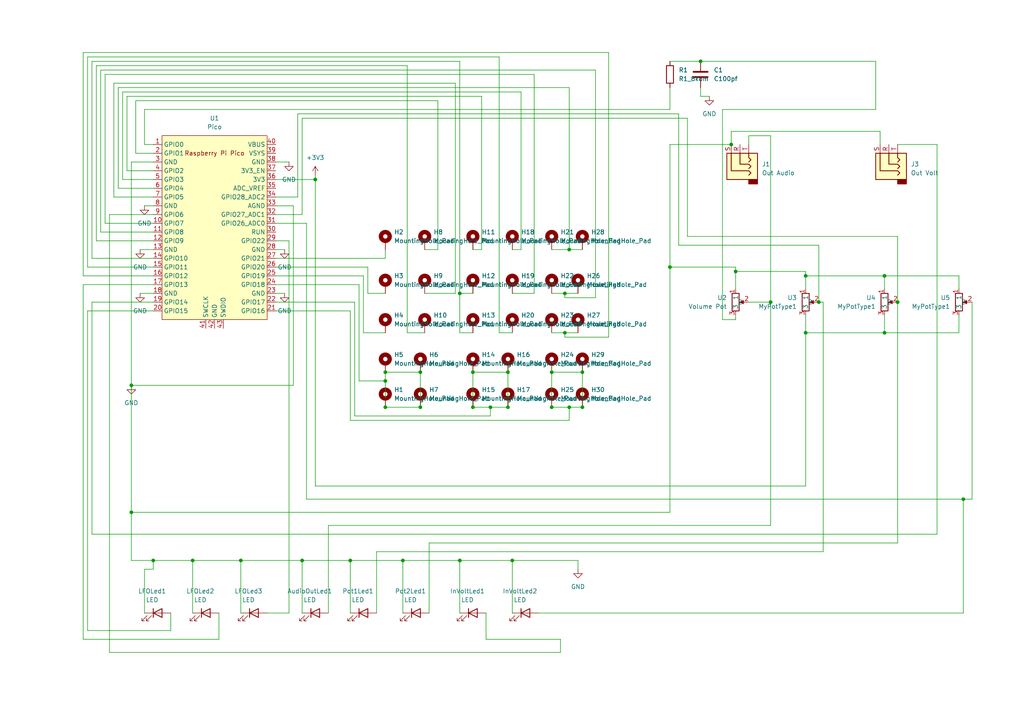
<source format=kicad_sch>
(kicad_sch (version 20211123) (generator eeschema)
  (paper "A4")
  (lib_symbols
    (symbol "Connector:AudioJack3"
      (property "Reference" "J" (at 0 8.89 0))
      (property "Value" "AudioJack3" (at 0 6.35 0))
      (symbol "AudioJack3_0_1"
        (rectangle (start -5.08 -5.08) (end -6.35 -2.54) (stroke (width 0.254)) (fill (type outline)))
        (polyline (pts (xy 0 -2.54) (xy 0.635 -3.175) (xy 1.27 -2.54) (xy 2.54 -2.54)) (stroke (width 0.254)))
        (polyline (pts (xy -1.905 -2.54) (xy -1.27 -3.175) (xy -0.635 -2.54) (xy -0.635 0) (xy 2.54 0)) (stroke (width 0.254)))
        (polyline (pts (xy 2.54 2.54) (xy -2.54 2.54) (xy -2.54 -2.54) (xy -3.175 -3.175) (xy -3.81 -2.54)) (stroke (width 0.254)))
        (rectangle (start 2.54 3.81) (end -5.08 -5.08) (stroke (width 0.254)) (fill (type background)))
      )
      (symbol "AudioJack3_1_1"
        (pin passive line (at 5.08 0 180) (length 2.54) (name "~") (number "R"))
        (pin passive line (at 5.08 2.54 180) (length 2.54) (name "~") (number "S"))
        (pin passive line (at 5.08 -2.54 180) (length 2.54) (name "~") (number "T"))
      )
    )
    (symbol "Device:C" (pin_numbers hide) (pin_names (offset 0.254))
      (property "Reference" "C" (at 0.635 2.54 0))
      (property "Value" "C" (at 0.635 -2.54 0))
      (symbol "C_0_1"
        (polyline (pts (xy -2.032 -0.762) (xy 2.032 -0.762)) (stroke (width 0.508)))
        (polyline (pts (xy -2.032 0.762) (xy 2.032 0.762)) (stroke (width 0.508)))
      )
      (symbol "C_1_1"
        (pin passive line (at 0 3.81 270) (length 2.794) (name "~") (number "1"))
        (pin passive line (at 0 -3.81 90) (length 2.794) (name "~") (number "2"))
      )
    )
    (symbol "Device:LED" (pin_numbers hide) (pin_names (offset 1.016) hide)
      (property "Reference" "D" (at 0 2.54 0))
      (property "Value" "LED" (at 0 -2.54 0))
      (symbol "LED_0_1"
        (polyline (pts (xy -1.27 -1.27) (xy -1.27 1.27)) (stroke (width 0.254)))
        (polyline (pts (xy -1.27 0) (xy 1.27 0)))
        (polyline (pts (xy 1.27 -1.27) (xy 1.27 1.27) (xy -1.27 0) (xy 1.27 -1.27)) (stroke (width 0.254)))
        (polyline (pts (xy -3.048 -0.762) (xy -4.572 -2.286) (xy -3.81 -2.286) (xy -4.572 -2.286) (xy -4.572 -1.524)))
        (polyline (pts (xy -1.778 -0.762) (xy -3.302 -2.286) (xy -2.54 -2.286) (xy -3.302 -2.286) (xy -3.302 -1.524)))
      )
      (symbol "LED_1_1"
        (pin passive line (at -3.81 0 0) (length 2.54) (name "K") (number "1"))
        (pin passive line (at 3.81 0 180) (length 2.54) (name "A") (number "2"))
      )
    )
    (symbol "Device:R" (pin_numbers hide) (pin_names (offset 0))
      (property "Reference" "R" (at 2.032 0 90))
      (property "Value" "R" (at 0 0 90))
      (symbol "R_0_1"
        (rectangle (start -1.016 -2.54) (end 1.016 2.54) (stroke (width 0.254)))
      )
      (symbol "R_1_1"
        (pin passive line (at 0 3.81 270) (length 1.27) (name "~") (number "1"))
        (pin passive line (at 0 -3.81 90) (length 1.27) (name "~") (number "2"))
      )
    )
    (symbol "MCU_RaspberryPi_and_Boards:Pico"
      (property "Reference" "U" (at -13.97 27.94 0))
      (property "Value" "Pico" (at 0 19.05 0))
      (symbol "Pico_0_0"
        (text "Raspberry Pi Pico" (at 0 21.59 0) (effects (font (size 1.27 1.27))))
      )
      (symbol "Pico_0_1"
        (rectangle (start -15.24 26.67) (end 15.24 -26.67) (fill (type background)))
      )
      (symbol "Pico_1_1"
        (pin bidirectional line (at -17.78 24.13 0) (length 2.54) (name "GPIO0") (number "1"))
        (pin bidirectional line (at -17.78 1.27 0) (length 2.54) (name "GPIO7") (number "10"))
        (pin bidirectional line (at -17.78 -1.27 0) (length 2.54) (name "GPIO8") (number "11"))
        (pin bidirectional line (at -17.78 -3.81 0) (length 2.54) (name "GPIO9") (number "12"))
        (pin power_in line (at -17.78 -6.35 0) (length 2.54) (name "GND") (number "13"))
        (pin bidirectional line (at -17.78 -8.89 0) (length 2.54) (name "GPIO10") (number "14"))
        (pin bidirectional line (at -17.78 -11.43 0) (length 2.54) (name "GPIO11") (number "15"))
        (pin bidirectional line (at -17.78 -13.97 0) (length 2.54) (name "GPIO12") (number "16"))
        (pin bidirectional line (at -17.78 -16.51 0) (length 2.54) (name "GPIO13") (number "17"))
        (pin power_in line (at -17.78 -19.05 0) (length 2.54) (name "GND") (number "18"))
        (pin bidirectional line (at -17.78 -21.59 0) (length 2.54) (name "GPIO14") (number "19"))
        (pin bidirectional line (at -17.78 21.59 0) (length 2.54) (name "GPIO1") (number "2"))
        (pin bidirectional line (at -17.78 -24.13 0) (length 2.54) (name "GPIO15") (number "20"))
        (pin bidirectional line (at 17.78 -24.13 180) (length 2.54) (name "GPIO16") (number "21"))
        (pin bidirectional line (at 17.78 -21.59 180) (length 2.54) (name "GPIO17") (number "22"))
        (pin power_in line (at 17.78 -19.05 180) (length 2.54) (name "GND") (number "23"))
        (pin bidirectional line (at 17.78 -16.51 180) (length 2.54) (name "GPIO18") (number "24"))
        (pin bidirectional line (at 17.78 -13.97 180) (length 2.54) (name "GPIO19") (number "25"))
        (pin bidirectional line (at 17.78 -11.43 180) (length 2.54) (name "GPIO20") (number "26"))
        (pin bidirectional line (at 17.78 -8.89 180) (length 2.54) (name "GPIO21") (number "27"))
        (pin power_in line (at 17.78 -6.35 180) (length 2.54) (name "GND") (number "28"))
        (pin bidirectional line (at 17.78 -3.81 180) (length 2.54) (name "GPIO22") (number "29"))
        (pin power_in line (at -17.78 19.05 0) (length 2.54) (name "GND") (number "3"))
        (pin input line (at 17.78 -1.27 180) (length 2.54) (name "RUN") (number "30"))
        (pin bidirectional line (at 17.78 1.27 180) (length 2.54) (name "GPIO26_ADC0") (number "31"))
        (pin bidirectional line (at 17.78 3.81 180) (length 2.54) (name "GPIO27_ADC1") (number "32"))
        (pin power_in line (at 17.78 6.35 180) (length 2.54) (name "AGND") (number "33"))
        (pin bidirectional line (at 17.78 8.89 180) (length 2.54) (name "GPIO28_ADC2") (number "34"))
        (pin power_in line (at 17.78 11.43 180) (length 2.54) (name "ADC_VREF") (number "35"))
        (pin power_in line (at 17.78 13.97 180) (length 2.54) (name "3V3") (number "36"))
        (pin input line (at 17.78 16.51 180) (length 2.54) (name "3V3_EN") (number "37"))
        (pin bidirectional line (at 17.78 19.05 180) (length 2.54) (name "GND") (number "38"))
        (pin power_in line (at 17.78 21.59 180) (length 2.54) (name "VSYS") (number "39"))
        (pin bidirectional line (at -17.78 16.51 0) (length 2.54) (name "GPIO2") (number "4"))
        (pin power_in line (at 17.78 24.13 180) (length 2.54) (name "VBUS") (number "40"))
        (pin input line (at -2.54 -29.21 90) (length 2.54) (name "SWCLK") (number "41"))
        (pin power_in line (at 0 -29.21 90) (length 2.54) (name "GND") (number "42"))
        (pin bidirectional line (at 2.54 -29.21 90) (length 2.54) (name "SWDIO") (number "43"))
        (pin bidirectional line (at -17.78 13.97 0) (length 2.54) (name "GPIO3") (number "5"))
        (pin bidirectional line (at -17.78 11.43 0) (length 2.54) (name "GPIO4") (number "6"))
        (pin bidirectional line (at -17.78 8.89 0) (length 2.54) (name "GPIO5") (number "7"))
        (pin power_in line (at -17.78 6.35 0) (length 2.54) (name "GND") (number "8"))
        (pin bidirectional line (at -17.78 3.81 0) (length 2.54) (name "GPIO6") (number "9"))
      )
    )
    (symbol "Mechanical:MountingHole_Pad" (pin_numbers hide) (pin_names (offset 1.016) hide)
      (property "Reference" "H" (at 0 6.35 0))
      (property "Value" "MountingHole_Pad" (at 0 4.445 0))
      (symbol "MountingHole_Pad_0_1"
        (circle (center 0 1.27) (radius 1.27) (stroke (width 1.27)))
      )
      (symbol "MountingHole_Pad_1_1"
        (pin input line (at 0 -2.54 90) (length 2.54) (name "1") (number "1"))
      )
    )
    (symbol "myLibrary:MyPotType1"
      (property "Reference" "U" (at 0 0 0))
      (property "Value" "MyPotType1" (at 7.62 3.81 0))
      (symbol "MyPotType1_0_1"
        (polyline (pts (xy 2.54 0) (xy 1.524 0)))
        (polyline (pts (xy 1.143 0) (xy 2.286 0.508) (xy 2.286 -0.508) (xy 1.143 0)) (fill (type outline)))
        (rectangle (start 1.016 2.54) (end -1.016 -2.54) (stroke (width 0.254)))
      )
      (symbol "MyPotType1_1_1"
        (pin passive line (at 0 3.81 270) (length 1.27) (name "1") (number "1"))
        (pin passive line (at 3.81 0 180) (length 1.27) (name "2") (number "2"))
        (pin passive line (at 0 -3.81 90) (length 1.27) (name "3") (number "3"))
      )
    )
    (symbol "power:+3V3" (power) (pin_names (offset 0))
      (property "Value" "+3V3" (at 0 3.556 0))
      (symbol "+3V3_0_1"
        (polyline (pts (xy -0.762 1.27) (xy 0 2.54)))
        (polyline (pts (xy 0 0) (xy 0 2.54)))
        (polyline (pts (xy 0 2.54) (xy 0.762 1.27)))
      )
      (symbol "+3V3_1_1"
        (pin power_in line (at 0 0 90) (length 0) hide (name "+3V3") (number "1"))
      )
    )
    (symbol "power:GND" (power) (pin_names (offset 0))
      (property "Value" "GND" (at 0 -3.81 0))
      (symbol "GND_0_1"
        (polyline (pts (xy 0 0) (xy 0 -1.27) (xy 1.27 -1.27) (xy 0 -2.54) (xy -1.27 -1.27) (xy 0 -1.27)))
      )
      (symbol "GND_1_1"
        (pin power_in line (at 0 0 270) (length 0) hide (name "GND") (number "1"))
      )
    )
  )
  (junction (at 121.92 118.11))
  (junction (at 69.85 162.56))
  (junction (at 168.91 118.11))
  (junction (at 87.63 162.56))
  (junction (at 237.49 87.63))
  (junction (at 256.54 80.01))
  (junction (at 147.32 118.11))
  (junction (at 111.76 107.95))
  (junction (at 233.68 80.01))
  (junction (at 55.88 162.56))
  (junction (at 148.59 162.56))
  (junction (at 194.31 77.47))
  (junction (at 111.76 118.11))
  (junction (at 121.92 107.95))
  (junction (at 203.2 17.78))
  (junction (at 260.35 87.63))
  (junction (at 91.44 52.07))
  (junction (at 44.45 162.56))
  (junction (at 160.02 107.95))
  (junction (at 137.16 118.11))
  (junction (at 233.68 96.52))
  (junction (at 168.91 107.95))
  (junction (at 279.4 144.78))
  (junction (at 256.54 96.52))
  (junction (at 101.6 162.56))
  (junction (at 111.76 110.49))
  (junction (at 223.52 87.63))
  (junction (at 38.1 148.59))
  (junction (at 147.32 107.95))
  (junction (at 133.35 162.56))
  (junction (at 142.24 118.11))
  (junction (at 165.1 72.39))
  (junction (at 137.16 107.95))
  (junction (at 160.02 118.11))
  (junction (at 212.09 41.91))
  (junction (at 163.83 85.09))
  (junction (at 133.35 85.09))
  (junction (at 38.1 111.76))
  (junction (at 163.83 96.52))
  (junction (at 116.84 162.56))
  (junction (at 165.1 118.11))
  (junction (at 213.36 78.74))
  (wire (pts (xy 102.87 120.65) (xy 142.24 120.65)))
  (wire (pts (xy 223.52 39.37) (xy 223.52 87.63)))
  (wire (pts (xy 44.45 162.56) (xy 44.45 165.1)))
  (wire (pts (xy 163.83 96.52) (xy 167.64 96.52)))
  (wire (pts (xy 256.54 91.44) (xy 256.54 96.52)))
  (wire (pts (xy 233.68 80.01) (xy 233.68 78.74)))
  (wire (pts (xy 132.08 24.13) (xy 33.02 24.13)))
  (wire (pts (xy 41.91 59.69) (xy 44.45 59.69)))
  (wire (pts (xy 151.13 26.67) (xy 35.56 26.67)))
  (wire (pts (xy 139.7 27.94) (xy 36.83 27.94)))
  (wire (pts (xy 260.35 87.63) (xy 260.35 68.58)))
  (wire (pts (xy 237.49 87.63) (xy 238.76 87.63)))
  (wire (pts (xy 139.7 72.39) (xy 139.7 27.94)))
  (wire (pts (xy 41.91 165.1) (xy 41.91 177.8)))
  (wire (pts (xy 133.35 162.56) (xy 116.84 162.56)))
  (wire (pts (xy 163.83 97.79) (xy 176.53 97.79)))
  (wire (pts (xy 254 31.75) (xy 254 17.78)))
  (wire (pts (xy 281.94 144.78) (xy 281.94 87.63)))
  (wire (pts (xy 106.68 85.09) (xy 111.76 85.09)))
  (wire (pts (xy 233.68 96.52) (xy 233.68 140.97)))
  (wire (pts (xy 217.17 39.37) (xy 223.52 39.37)))
  (wire (pts (xy 106.68 77.47) (xy 106.68 85.09)))
  (wire (pts (xy 25.4 90.17) (xy 44.45 90.17)))
  (wire (pts (xy 69.85 177.8) (xy 69.85 162.56)))
  (wire (pts (xy 29.21 67.31) (xy 44.45 67.31)))
  (wire (pts (xy 255.27 38.1) (xy 255.27 41.91)))
  (wire (pts (xy 176.53 15.24) (xy 24.13 15.24)))
  (wire (pts (xy 121.92 107.95) (xy 121.92 118.11)))
  (wire (pts (xy 123.19 85.09) (xy 132.08 85.09)))
  (wire (pts (xy 160.02 96.52) (xy 163.83 96.52)))
  (wire (pts (xy 203.2 17.78) (xy 254 17.78)))
  (wire (pts (xy 88.9 144.78) (xy 279.4 144.78)))
  (wire (pts (xy 101.6 90.17) (xy 101.6 121.92)))
  (wire (pts (xy 238.76 160.02) (xy 238.76 87.63)))
  (wire (pts (xy 137.16 96.52) (xy 133.35 96.52)))
  (wire (pts (xy 163.83 85.09) (xy 163.83 86.36)))
  (wire (pts (xy 91.44 52.07) (xy 91.44 140.97)))
  (wire (pts (xy 25.4 77.47) (xy 44.45 77.47)))
  (wire (pts (xy 80.01 74.93) (xy 111.76 74.93)))
  (wire (pts (xy 123.19 96.52) (xy 118.11 96.52)))
  (wire (pts (xy 233.68 96.52) (xy 233.68 91.44)))
  (wire (pts (xy 86.36 57.15) (xy 80.01 57.15)))
  (wire (pts (xy 278.13 83.82) (xy 278.13 80.01)))
  (wire (pts (xy 111.76 118.11) (xy 121.92 118.11)))
  (wire (pts (xy 194.31 77.47) (xy 194.31 148.59)))
  (wire (pts (xy 203.2 27.94) (xy 205.74 27.94)))
  (wire (pts (xy 199.39 34.29) (xy 87.63 34.29)))
  (wire (pts (xy 271.78 41.91) (xy 271.78 154.94)))
  (wire (pts (xy 83.82 69.85) (xy 83.82 177.8)))
  (wire (pts (xy 133.35 177.8) (xy 133.35 162.56)))
  (wire (pts (xy 31.75 62.23) (xy 31.75 189.23)))
  (wire (pts (xy 140.97 185.42) (xy 162.56 185.42)))
  (wire (pts (xy 172.72 86.36) (xy 172.72 20.32)))
  (wire (pts (xy 123.19 72.39) (xy 127 72.39)))
  (wire (pts (xy 203.2 25.4) (xy 203.2 27.94)))
  (wire (pts (xy 148.59 96.52) (xy 144.78 96.52)))
  (wire (pts (xy 26.67 87.63) (xy 26.67 154.94)))
  (wire (pts (xy 127 29.21) (xy 39.37 29.21)))
  (wire (pts (xy 148.59 85.09) (xy 154.94 85.09)))
  (wire (pts (xy 148.59 72.39) (xy 151.13 72.39)))
  (wire (pts (xy 213.36 83.82) (xy 213.36 78.74)))
  (wire (pts (xy 148.59 162.56) (xy 148.59 177.8)))
  (wire (pts (xy 87.63 162.56) (xy 101.6 162.56)))
  (wire (pts (xy 24.13 80.01) (xy 44.45 80.01)))
  (wire (pts (xy 111.76 74.93) (xy 111.76 72.39)))
  (wire (pts (xy 55.88 177.8) (xy 55.88 162.56)))
  (wire (pts (xy 233.68 83.82) (xy 233.68 80.01)))
  (wire (pts (xy 165.1 121.92) (xy 165.1 118.11)))
  (wire (pts (xy 148.59 162.56) (xy 167.64 162.56)))
  (wire (pts (xy 91.44 140.97) (xy 233.68 140.97)))
  (wire (pts (xy 127 72.39) (xy 127 29.21)))
  (wire (pts (xy 38.1 162.56) (xy 44.45 162.56)))
  (wire (pts (xy 39.37 44.45) (xy 44.45 44.45)))
  (wire (pts (xy 163.83 86.36) (xy 172.72 86.36)))
  (wire (pts (xy 223.52 152.4) (xy 223.52 87.63)))
  (wire (pts (xy 31.75 189.23) (xy 162.56 189.23)))
  (wire (pts (xy 30.48 64.77) (xy 44.45 64.77)))
  (wire (pts (xy 237.49 87.63) (xy 237.49 71.12)))
  (wire (pts (xy 91.44 50.8) (xy 91.44 52.07)))
  (wire (pts (xy 165.1 72.39) (xy 168.91 72.39)))
  (wire (pts (xy 38.1 148.59) (xy 194.31 148.59)))
  (wire (pts (xy 85.09 59.69) (xy 85.09 111.76)))
  (wire (pts (xy 80.01 72.39) (xy 82.55 72.39)))
  (wire (pts (xy 163.83 85.09) (xy 167.64 85.09)))
  (wire (pts (xy 105.41 80.01) (xy 105.41 96.52)))
  (wire (pts (xy 69.85 162.56) (xy 55.88 162.56)))
  (wire (pts (xy 133.35 162.56) (xy 148.59 162.56)))
  (wire (pts (xy 80.01 77.47) (xy 106.68 77.47)))
  (wire (pts (xy 163.83 96.52) (xy 163.83 97.79)))
  (wire (pts (xy 132.08 85.09) (xy 132.08 24.13)))
  (wire (pts (xy 41.91 31.75) (xy 41.91 41.91)))
  (wire (pts (xy 38.1 148.59) (xy 38.1 162.56)))
  (wire (pts (xy 217.17 41.91) (xy 217.17 39.37)))
  (wire (pts (xy 88.9 144.78) (xy 88.9 64.77)))
  (wire (pts (xy 278.13 96.52) (xy 256.54 96.52)))
  (wire (pts (xy 196.85 71.12) (xy 196.85 33.02)))
  (wire (pts (xy 101.6 162.56) (xy 116.84 162.56)))
  (wire (pts (xy 256.54 83.82) (xy 256.54 80.01)))
  (wire (pts (xy 31.75 62.23) (xy 44.45 62.23)))
  (wire (pts (xy 260.35 157.48) (xy 260.35 87.63)))
  (wire (pts (xy 137.16 107.95) (xy 147.32 107.95)))
  (wire (pts (xy 36.83 27.94) (xy 36.83 49.53)))
  (wire (pts (xy 137.16 118.11) (xy 142.24 118.11)))
  (wire (pts (xy 209.55 31.75) (xy 254 31.75)))
  (wire (pts (xy 212.09 41.91) (xy 212.09 38.1)))
  (wire (pts (xy 172.72 20.32) (xy 29.21 20.32)))
  (wire (pts (xy 144.78 16.51) (xy 25.4 16.51)))
  (wire (pts (xy 139.7 72.39) (xy 137.16 72.39)))
  (wire (pts (xy 80.01 90.17) (xy 101.6 90.17)))
  (wire (pts (xy 154.94 21.59) (xy 30.48 21.59)))
  (wire (pts (xy 49.53 182.88) (xy 49.53 177.8)))
  (wire (pts (xy 144.78 96.52) (xy 144.78 16.51)))
  (wire (pts (xy 194.31 17.78) (xy 203.2 17.78)))
  (wire (pts (xy 162.56 189.23) (xy 162.56 185.42)))
  (wire (pts (xy 26.67 17.78) (xy 26.67 74.93)))
  (wire (pts (xy 160.02 72.39) (xy 165.1 72.39)))
  (wire (pts (xy 80.01 52.07) (xy 91.44 52.07)))
  (wire (pts (xy 142.24 118.11) (xy 142.24 120.65)))
  (wire (pts (xy 86.36 33.02) (xy 86.36 57.15)))
  (wire (pts (xy 38.1 46.99) (xy 38.1 111.76)))
  (wire (pts (xy 194.31 25.4) (xy 194.31 31.75)))
  (wire (pts (xy 24.13 15.24) (xy 24.13 80.01)))
  (wire (pts (xy 36.83 49.53) (xy 44.45 49.53)))
  (wire (pts (xy 63.5 177.8) (xy 63.5 185.42)))
  (wire (pts (xy 33.02 24.13) (xy 33.02 57.15)))
  (wire (pts (xy 118.11 96.52) (xy 118.11 19.05)))
  (wire (pts (xy 160.02 118.11) (xy 165.1 118.11)))
  (wire (pts (xy 111.76 118.11) (xy 111.76 110.49)))
  (wire (pts (xy 160.02 85.09) (xy 163.83 85.09)))
  (wire (pts (xy 194.31 41.91) (xy 194.31 77.47)))
  (wire (pts (xy 34.29 25.4) (xy 34.29 54.61)))
  (wire (pts (xy 124.46 177.8) (xy 124.46 157.48)))
  (wire (pts (xy 196.85 33.02) (xy 86.36 33.02)))
  (wire (pts (xy 124.46 157.48) (xy 260.35 157.48)))
  (wire (pts (xy 41.91 41.91) (xy 44.45 41.91)))
  (wire (pts (xy 165.1 118.11) (xy 168.91 118.11)))
  (wire (pts (xy 27.94 69.85) (xy 44.45 69.85)))
  (wire (pts (xy 279.4 144.78) (xy 281.94 144.78)))
  (wire (pts (xy 25.4 182.88) (xy 49.53 182.88)))
  (wire (pts (xy 34.29 54.61) (xy 44.45 54.61)))
  (wire (pts (xy 35.56 26.67) (xy 35.56 52.07)))
  (wire (pts (xy 279.4 177.8) (xy 279.4 144.78)))
  (wire (pts (xy 151.13 72.39) (xy 151.13 26.67)))
  (wire (pts (xy 38.1 111.76) (xy 38.1 148.59)))
  (wire (pts (xy 104.14 82.55) (xy 104.14 110.49)))
  (wire (pts (xy 176.53 97.79) (xy 176.53 15.24)))
  (wire (pts (xy 25.4 90.17) (xy 25.4 182.88)))
  (wire (pts (xy 80.01 85.09) (xy 82.55 85.09)))
  (wire (pts (xy 154.94 85.09) (xy 154.94 21.59)))
  (wire (pts (xy 137.16 107.95) (xy 137.16 118.11)))
  (wire (pts (xy 88.9 64.77) (xy 80.01 64.77)))
  (wire (pts (xy 80.01 87.63) (xy 102.87 87.63)))
  (wire (pts (xy 213.36 92.71) (xy 209.55 92.71)))
  (wire (pts (xy 26.67 74.93) (xy 44.45 74.93)))
  (wire (pts (xy 278.13 91.44) (xy 278.13 96.52)))
  (wire (pts (xy 260.35 68.58) (xy 199.39 68.58)))
  (wire (pts (xy 194.31 41.91) (xy 212.09 41.91)))
  (wire (pts (xy 30.48 21.59) (xy 30.48 64.77)))
  (wire (pts (xy 80.01 80.01) (xy 105.41 80.01)))
  (wire (pts (xy 39.37 29.21) (xy 39.37 44.45)))
  (wire (pts (xy 83.82 177.8) (xy 77.47 177.8)))
  (wire (pts (xy 217.17 87.63) (xy 223.52 87.63)))
  (wire (pts (xy 26.67 154.94) (xy 271.78 154.94)))
  (wire (pts (xy 168.91 107.95) (xy 160.02 107.95)))
  (wire (pts (xy 40.64 85.09) (xy 44.45 85.09)))
  (wire (pts (xy 101.6 121.92) (xy 165.1 121.92)))
  (wire (pts (xy 109.22 177.8) (xy 109.22 160.02)))
  (wire (pts (xy 87.63 177.8) (xy 87.63 162.56)))
  (wire (pts (xy 105.41 96.52) (xy 111.76 96.52)))
  (wire (pts (xy 80.01 46.99) (xy 83.82 46.99)))
  (wire (pts (xy 44.45 87.63) (xy 26.67 87.63)))
  (wire (pts (xy 133.35 85.09) (xy 133.35 17.78)))
  (wire (pts (xy 87.63 34.29) (xy 87.63 62.23)))
  (wire (pts (xy 80.01 59.69) (xy 85.09 59.69)))
  (wire (pts (xy 133.35 17.78) (xy 26.67 17.78)))
  (wire (pts (xy 69.85 162.56) (xy 87.63 162.56)))
  (wire (pts (xy 87.63 62.23) (xy 80.01 62.23)))
  (wire (pts (xy 33.02 57.15) (xy 44.45 57.15)))
  (wire (pts (xy 80.01 69.85) (xy 83.82 69.85)))
  (wire (pts (xy 147.32 107.95) (xy 147.32 118.11)))
  (wire (pts (xy 38.1 46.99) (xy 44.45 46.99)))
  (wire (pts (xy 168.91 107.95) (xy 168.91 118.11)))
  (wire (pts (xy 63.5 185.42) (xy 24.13 185.42)))
  (wire (pts (xy 40.64 72.39) (xy 44.45 72.39)))
  (wire (pts (xy 85.09 111.76) (xy 38.1 111.76)))
  (wire (pts (xy 212.09 38.1) (xy 255.27 38.1)))
  (wire (pts (xy 213.36 78.74) (xy 213.36 77.47)))
  (wire (pts (xy 213.36 77.47) (xy 194.31 77.47)))
  (wire (pts (xy 256.54 96.52) (xy 233.68 96.52)))
  (wire (pts (xy 101.6 177.8) (xy 101.6 162.56)))
  (wire (pts (xy 109.22 160.02) (xy 238.76 160.02)))
  (wire (pts (xy 104.14 110.49) (xy 111.76 110.49)))
  (wire (pts (xy 142.24 118.11) (xy 147.32 118.11)))
  (wire (pts (xy 133.35 96.52) (xy 133.35 85.09)))
  (wire (pts (xy 278.13 80.01) (xy 256.54 80.01)))
  (wire (pts (xy 35.56 52.07) (xy 44.45 52.07)))
  (wire (pts (xy 165.1 25.4) (xy 34.29 25.4)))
  (wire (pts (xy 133.35 85.09) (xy 137.16 85.09)))
  (wire (pts (xy 160.02 107.95) (xy 160.02 118.11)))
  (wire (pts (xy 165.1 72.39) (xy 165.1 25.4)))
  (wire (pts (xy 209.55 92.71) (xy 209.55 31.75)))
  (wire (pts (xy 80.01 82.55) (xy 104.14 82.55)))
  (wire (pts (xy 111.76 107.95) (xy 121.92 107.95)))
  (wire (pts (xy 55.88 162.56) (xy 44.45 162.56)))
  (wire (pts (xy 199.39 68.58) (xy 199.39 34.29)))
  (wire (pts (xy 156.21 177.8) (xy 279.4 177.8)))
  (wire (pts (xy 27.94 19.05) (xy 27.94 69.85)))
  (wire (pts (xy 102.87 87.63) (xy 102.87 120.65)))
  (wire (pts (xy 24.13 82.55) (xy 44.45 82.55)))
  (wire (pts (xy 140.97 177.8) (xy 140.97 185.42)))
  (wire (pts (xy 44.45 165.1) (xy 41.91 165.1)))
  (wire (pts (xy 116.84 177.8) (xy 116.84 162.56)))
  (wire (pts (xy 194.31 31.75) (xy 41.91 31.75)))
  (wire (pts (xy 213.36 78.74) (xy 233.68 78.74)))
  (wire (pts (xy 118.11 19.05) (xy 27.94 19.05)))
  (wire (pts (xy 111.76 110.49) (xy 111.76 107.95)))
  (wire (pts (xy 25.4 16.51) (xy 25.4 77.47)))
  (wire (pts (xy 95.25 152.4) (xy 223.52 152.4)))
  (wire (pts (xy 237.49 71.12) (xy 196.85 71.12)))
  (wire (pts (xy 256.54 80.01) (xy 233.68 80.01)))
  (wire (pts (xy 95.25 177.8) (xy 95.25 152.4)))
  (wire (pts (xy 271.78 41.91) (xy 260.35 41.91)))
  (wire (pts (xy 213.36 91.44) (xy 213.36 92.71)))
  (wire (pts (xy 29.21 20.32) (xy 29.21 67.31)))
  (wire (pts (xy 167.64 162.56) (xy 167.64 165.1)))
  (wire (pts (xy 24.13 185.42) (xy 24.13 82.55)))
  (symbol (lib_id "Mechanical:MountingHole_Pad") (at 111.76 115.57 0) (unit 1)
    (property "Reference" "H1" (at 114.3 113.0299 0) (effects (justify left)))
    (property "Value" "MountingHole_Pad" (at 114.3 115.5699 0) (effects (justify left)))
    (property "Footprint" "myFootprints:myPad" (effects hide))
  )
  (symbol (lib_id "Mechanical:MountingHole_Pad") (at 168.91 115.57 0) (unit 1)
    (property "Reference" "H30" (at 171.45 113.0299 0) (effects (justify left)))
    (property "Value" "MountingHole_Pad" (at 171.45 115.5699 0) (effects (justify left)))
    (property "Footprint" "myFootprints:myPad" (effects hide))
  )
  (symbol (lib_id "power:+3V3") (at 91.44 50.8 0) (unit 1)
    (property "Reference" "#PWR0102" (effects hide))
    (property "Value" "+3V3" (at 91.44 45.72 0))
  )
  (symbol (lib_id "Mechanical:MountingHole_Pad") (at 121.92 105.41 0) (unit 1)
    (property "Reference" "H6" (at 124.46 102.8699 0) (effects (justify left)))
    (property "Value" "MountingHole_Pad" (at 124.46 105.4099 0) (effects (justify left)))
    (property "Footprint" "myFootprints:myPad" (effects hide))
  )
  (symbol (lib_id "Mechanical:MountingHole_Pad") (at 148.59 93.98 0) (unit 1)
    (property "Reference" "H20" (at 151.13 91.4399 0) (effects (justify left)))
    (property "Value" "MountingHole_Pad" (at 151.13 93.9799 0) (effects (justify left)))
    (property "Footprint" "myFootprints:myPad" (effects hide))
  )
  (symbol (lib_id "Mechanical:MountingHole_Pad") (at 147.32 115.57 0) (unit 1)
    (property "Reference" "H17" (at 149.86 113.0299 0) (effects (justify left)))
    (property "Value" "MountingHole_Pad" (at 149.86 115.5699 0) (effects (justify left)))
    (property "Footprint" "myFootprints:myPad" (effects hide))
  )
  (symbol (lib_id "Mechanical:MountingHole_Pad") (at 160.02 93.98 0) (unit 1)
    (property "Reference" "H23" (at 162.56 91.4399 0) (effects (justify left)))
    (property "Value" "MountingHole_Pad" (at 162.56 93.9799 0) (effects (justify left)))
    (property "Footprint" "myFootprints:myPad" (effects hide))
  )
  (symbol (lib_id "Device:R") (at 194.31 21.59 0) (unit 1)
    (property "Reference" "R1" (at 196.85 20.3199 0) (effects (justify left)))
    (property "Value" "R1_8kom" (at 196.85 22.8599 0) (effects (justify left)))
    (property "Footprint" "myFootprints:myResistor" (effects hide))
  )
  (symbol (lib_id "Mechanical:MountingHole_Pad") (at 148.59 69.85 0) (unit 1)
    (property "Reference" "H18" (at 151.13 67.3099 0) (effects (justify left)))
    (property "Value" "MountingHole_Pad" (at 151.13 69.8499 0) (effects (justify left)))
    (property "Footprint" "myFootprints:myPad" (effects hide))
  )
  (symbol (lib_id "Mechanical:MountingHole_Pad") (at 137.16 82.55 0) (unit 1)
    (property "Reference" "H12" (at 139.7 80.0099 0) (effects (justify left)))
    (property "Value" "MountingHole_Pad" (at 139.7 82.5499 0) (effects (justify left)))
    (property "Footprint" "myFootprints:myPad" (effects hide))
  )
  (symbol (lib_id "Mechanical:MountingHole_Pad") (at 167.64 82.55 0) (unit 1)
    (property "Reference" "H26" (at 170.18 80.0099 0) (effects (justify left)))
    (property "Value" "MountingHole_Pad" (at 170.18 82.5499 0) (effects (justify left)))
    (property "Footprint" "myFootprints:myPad" (effects hide))
  )
  (symbol (lib_id "Device:LED") (at 137.16 177.8 0) (unit 1)
    (property "Reference" "InVoltLed1" (at 135.5725 171.45 0))
    (property "Value" "LED" (at 135.5725 173.99 0))
    (property "Footprint" "myFootprints:myLed" (effects hide))
  )
  (symbol (lib_id "Mechanical:MountingHole_Pad") (at 111.76 93.98 0) (unit 1)
    (property "Reference" "H4" (at 114.3 91.4399 0) (effects (justify left)))
    (property "Value" "MountingHole_Pad" (at 114.3 93.9799 0) (effects (justify left)))
    (property "Footprint" "myFootprints:myPad" (effects hide))
  )
  (symbol (lib_id "power:GND") (at 205.74 27.94 0) (unit 1)
    (property "Reference" "#PWR0103" (effects hide))
    (property "Value" "GND" (at 205.74 33.02 0))
  )
  (symbol (lib_id "Mechanical:MountingHole_Pad") (at 121.92 115.57 0) (unit 1)
    (property "Reference" "H7" (at 124.46 113.0299 0) (effects (justify left)))
    (property "Value" "MountingHole_Pad" (at 124.46 115.5699 0) (effects (justify left)))
    (property "Footprint" "myFootprints:myPad" (effects hide))
  )
  (symbol (lib_id "power:GND") (at 82.55 72.39 0) (unit 1)
    (property "Reference" "#PWR0108" (effects hide))
    (property "Value" "GND" (at 82.55 77.47 0))
  )
  (symbol (lib_id "power:GND") (at 40.64 85.09 0) (unit 1)
    (property "Reference" "#PWR0105" (effects hide))
    (property "Value" "GND" (at 40.64 90.17 0))
  )
  (symbol (lib_id "Device:LED") (at 91.44 177.8 0) (unit 1)
    (property "Reference" "AudioOutLed1" (at 89.8525 171.45 0))
    (property "Value" "LED" (at 89.8525 173.99 0))
    (property "Footprint" "myFootprints:myLed" (effects hide))
  )
  (symbol (lib_id "Device:LED") (at 45.72 177.8 0) (unit 1)
    (property "Reference" "LFOLed1" (at 44.1325 171.45 0))
    (property "Value" "LED" (at 44.1325 173.99 0))
    (property "Footprint" "myFootprints:myLed" (effects hide))
  )
  (symbol (lib_id "Mechanical:MountingHole_Pad") (at 147.32 105.41 0) (unit 1)
    (property "Reference" "H16" (at 149.86 102.8699 0) (effects (justify left)))
    (property "Value" "MountingHole_Pad" (at 149.86 105.4099 0) (effects (justify left)))
    (property "Footprint" "myFootprints:myPad" (effects hide))
  )
  (symbol (lib_id "power:GND") (at 40.64 72.39 0) (unit 1)
    (property "Reference" "#PWR0104" (effects hide))
    (property "Value" "GND" (at 40.64 77.47 0))
  )
  (symbol (lib_id "Mechanical:MountingHole_Pad") (at 123.19 69.85 0) (unit 1)
    (property "Reference" "H8" (at 125.73 67.3099 0) (effects (justify left)))
    (property "Value" "MountingHole_Pad" (at 125.73 69.8499 0) (effects (justify left)))
    (property "Footprint" "myFootprints:myPad" (effects hide))
  )
  (symbol (lib_id "Device:LED") (at 152.4 177.8 0) (unit 1)
    (property "Reference" "InVoltLed2" (at 150.8125 171.45 0))
    (property "Value" "LED" (at 150.8125 173.99 0))
    (property "Footprint" "myFootprints:myLed" (effects hide))
  )
  (symbol (lib_id "Device:LED") (at 59.69 177.8 0) (unit 1)
    (property "Reference" "LFOLed2" (at 58.1025 171.45 0))
    (property "Value" "LED" (at 58.1025 173.99 0))
    (property "Footprint" "myFootprints:myLed" (effects hide))
  )
  (symbol (lib_id "myLibrary:MyPotType1") (at 278.13 87.63 0) (unit 1)
    (property "Reference" "U5" (at 275.59 86.3599 0) (effects (justify right)))
    (property "Value" "MyPotType1" (at 275.59 88.8999 0) (effects (justify right)))
    (property "Footprint" "myFootprints:myDiscPot" (effects hide))
  )
  (symbol (lib_id "Device:LED") (at 105.41 177.8 0) (unit 1)
    (property "Reference" "Pot1Led1" (at 103.8225 171.45 0))
    (property "Value" "LED" (at 103.8225 173.99 0))
    (property "Footprint" "myFootprints:myLed" (effects hide))
  )
  (symbol (lib_id "Mechanical:MountingHole_Pad") (at 137.16 93.98 0) (unit 1)
    (property "Reference" "H13" (at 139.7 91.4399 0) (effects (justify left)))
    (property "Value" "MountingHole_Pad" (at 139.7 93.9799 0) (effects (justify left)))
    (property "Footprint" "myFootprints:myPad" (effects hide))
  )
  (symbol (lib_id "MCU_RaspberryPi_and_Boards:Pico") (at 62.23 66.04 0) (unit 1)
    (property "Reference" "U1" (at 62.23 34.29 0))
    (property "Value" "Pico" (at 62.23 36.83 0))
    (property "Footprint" "myFootprints:myPico" (effects hide))
  )
  (symbol (lib_id "Connector:AudioJack3") (at 257.81 46.99 90) (unit 1)
    (property "Reference" "J3" (at 264.16 47.6249 90) (effects (justify right)))
    (property "Value" "Out Volt" (at 264.16 50.1649 90) (effects (justify right)))
    (property "Footprint" "myFootprints:myAudioJackFootprint" (effects hide))
  )
  (symbol (lib_id "Mechanical:MountingHole_Pad") (at 123.19 82.55 0) (unit 1)
    (property "Reference" "H9" (at 125.73 80.0099 0) (effects (justify left)))
    (property "Value" "MountingHole_Pad" (at 125.73 82.5499 0) (effects (justify left)))
    (property "Footprint" "myFootprints:myPad" (effects hide))
  )
  (symbol (lib_id "power:GND") (at 82.55 85.09 0) (unit 1)
    (property "Reference" "#PWR0109" (effects hide))
    (property "Value" "GND" (at 82.55 90.17 0))
  )
  (symbol (lib_id "Mechanical:MountingHole_Pad") (at 137.16 69.85 0) (unit 1)
    (property "Reference" "H11" (at 139.7 67.3099 0) (effects (justify left)))
    (property "Value" "MountingHole_Pad" (at 139.7 69.8499 0) (effects (justify left)))
    (property "Footprint" "myFootprints:myPad" (effects hide))
  )
  (symbol (lib_id "Mechanical:MountingHole_Pad") (at 111.76 69.85 0) (unit 1)
    (property "Reference" "H2" (at 114.3 67.3099 0) (effects (justify left)))
    (property "Value" "MountingHole_Pad" (at 114.3 69.8499 0) (effects (justify left)))
    (property "Footprint" "myFootprints:myPad" (effects hide))
  )
  (symbol (lib_id "Mechanical:MountingHole_Pad") (at 160.02 115.57 0) (unit 1)
    (property "Reference" "H25" (at 162.56 113.0299 0) (effects (justify left)))
    (property "Value" "MountingHole_Pad" (at 162.56 115.5699 0) (effects (justify left)))
    (property "Footprint" "myFootprints:myPad" (effects hide))
  )
  (symbol (lib_id "power:GND") (at 41.91 59.69 0) (unit 1)
    (property "Reference" "#PWR0106" (effects hide))
    (property "Value" "GND" (at 41.91 64.77 0))
  )
  (symbol (lib_id "Mechanical:MountingHole_Pad") (at 111.76 105.41 0) (unit 1)
    (property "Reference" "H5" (at 114.3 102.8699 0) (effects (justify left)))
    (property "Value" "MountingHole_Pad" (at 114.3 105.4099 0) (effects (justify left)))
    (property "Footprint" "myFootprints:myPad" (effects hide))
  )
  (symbol (lib_id "Device:LED") (at 120.65 177.8 0) (unit 1)
    (property "Reference" "Pot2Led1" (at 119.0625 171.45 0))
    (property "Value" "LED" (at 119.0625 173.99 0))
    (property "Footprint" "myFootprints:myLed" (effects hide))
  )
  (symbol (lib_id "myLibrary:MyPotType1") (at 256.54 87.63 0) (unit 1)
    (property "Reference" "U4" (at 254 86.3599 0) (effects (justify right)))
    (property "Value" "MyPotType1" (at 254 88.8999 0) (effects (justify right)))
    (property "Footprint" "myFootprints:myDiscPot" (effects hide))
  )
  (symbol (lib_id "Mechanical:MountingHole_Pad") (at 137.16 115.57 0) (unit 1)
    (property "Reference" "H15" (at 139.7 113.0299 0) (effects (justify left)))
    (property "Value" "MountingHole_Pad" (at 139.7 115.5699 0) (effects (justify left)))
    (property "Footprint" "myFootprints:myPad" (effects hide))
  )
  (symbol (lib_id "power:GND") (at 167.64 165.1 0) (unit 1)
    (property "Reference" "#PWR?" (effects hide))
    (property "Value" "GND" (at 167.64 170.18 0))
  )
  (symbol (lib_id "Mechanical:MountingHole_Pad") (at 137.16 105.41 0) (unit 1)
    (property "Reference" "H14" (at 139.7 102.8699 0) (effects (justify left)))
    (property "Value" "MountingHole_Pad" (at 139.7 105.4099 0) (effects (justify left)))
    (property "Footprint" "myFootprints:myPad" (effects hide))
  )
  (symbol (lib_id "myLibrary:MyPotType1") (at 233.68 87.63 0) (unit 1)
    (property "Reference" "U3" (at 231.14 86.3599 0) (effects (justify right)))
    (property "Value" "MyPotType1" (at 231.14 88.8999 0) (effects (justify right)))
    (property "Footprint" "myFootprints:myDiscPot" (effects hide))
  )
  (symbol (lib_id "Mechanical:MountingHole_Pad") (at 168.91 69.85 0) (unit 1)
    (property "Reference" "H28" (at 171.45 67.3099 0) (effects (justify left)))
    (property "Value" "MountingHole_Pad" (at 171.45 69.8499 0) (effects (justify left)))
    (property "Footprint" "myFootprints:myPad" (effects hide))
  )
  (symbol (lib_id "Mechanical:MountingHole_Pad") (at 160.02 82.55 0) (unit 1)
    (property "Reference" "H22" (at 162.56 80.0099 0) (effects (justify left)))
    (property "Value" "MountingHole_Pad" (at 162.56 82.5499 0) (effects (justify left)))
    (property "Footprint" "myFootprints:myPad" (effects hide))
  )
  (symbol (lib_id "Device:C") (at 203.2 21.59 0) (unit 1)
    (property "Reference" "C1" (at 207.01 20.3199 0) (effects (justify left)))
    (property "Value" "C100pf" (at 207.01 22.8599 0) (effects (justify left)))
    (property "Footprint" "myFootprints:myCapacitor" (effects hide))
  )
  (symbol (lib_id "Mechanical:MountingHole_Pad") (at 167.64 93.98 0) (unit 1)
    (property "Reference" "H27" (at 170.18 91.4399 0) (effects (justify left)))
    (property "Value" "MountingHole_Pad" (at 170.18 93.9799 0) (effects (justify left)))
    (property "Footprint" "myFootprints:myPad" (effects hide))
  )
  (symbol (lib_id "Connector:AudioJack3") (at 214.63 46.99 90) (unit 1)
    (property "Reference" "J1" (at 220.98 47.6249 90) (effects (justify right)))
    (property "Value" "Out Audio" (at 220.98 50.1649 90) (effects (justify right)))
    (property "Footprint" "myFootprints:myAudioJackFootprint" (effects hide))
  )
  (symbol (lib_id "Mechanical:MountingHole_Pad") (at 168.91 105.41 0) (unit 1)
    (property "Reference" "H29" (at 171.45 102.8699 0) (effects (justify left)))
    (property "Value" "MountingHole_Pad" (at 171.45 105.4099 0) (effects (justify left)))
    (property "Footprint" "myFootprints:myPad" (effects hide))
  )
  (symbol (lib_id "Mechanical:MountingHole_Pad") (at 160.02 105.41 0) (unit 1)
    (property "Reference" "H24" (at 162.56 102.8699 0) (effects (justify left)))
    (property "Value" "MountingHole_Pad" (at 162.56 105.4099 0) (effects (justify left)))
    (property "Footprint" "myFootprints:myPad" (effects hide))
  )
  (symbol (lib_id "Device:LED") (at 73.66 177.8 0) (unit 1)
    (property "Reference" "LFOLed3" (at 72.0725 171.45 0))
    (property "Value" "LED" (at 72.0725 173.99 0))
    (property "Footprint" "myFootprints:myLed" (effects hide))
  )
  (symbol (lib_id "Mechanical:MountingHole_Pad") (at 123.19 93.98 0) (unit 1)
    (property "Reference" "H10" (at 125.73 91.4399 0) (effects (justify left)))
    (property "Value" "MountingHole_Pad" (at 125.73 93.9799 0) (effects (justify left)))
    (property "Footprint" "myFootprints:myPad" (effects hide))
  )
  (symbol (lib_id "myLibrary:MyPotType1") (at 213.36 87.63 0) (unit 1)
    (property "Reference" "U2" (at 210.82 86.3599 0) (effects (justify right)))
    (property "Value" "Volume Pot" (at 210.82 88.8999 0) (effects (justify right)))
    (property "Footprint" "myFootprints:myDiscPot" (effects hide))
  )
  (symbol (lib_id "Mechanical:MountingHole_Pad") (at 160.02 69.85 0) (unit 1)
    (property "Reference" "H21" (at 162.56 67.3099 0) (effects (justify left)))
    (property "Value" "MountingHole_Pad" (at 162.56 69.8499 0) (effects (justify left)))
    (property "Footprint" "myFootprints:myPad" (effects hide))
  )
  (symbol (lib_id "Mechanical:MountingHole_Pad") (at 111.76 82.55 0) (unit 1)
    (property "Reference" "H3" (at 114.3 80.0099 0) (effects (justify left)))
    (property "Value" "MountingHole_Pad" (at 114.3 82.5499 0) (effects (justify left)))
    (property "Footprint" "myFootprints:myPad" (effects hide))
  )
  (symbol (lib_id "Mechanical:MountingHole_Pad") (at 148.59 82.55 0) (unit 1)
    (property "Reference" "H19" (at 151.13 80.0099 0) (effects (justify left)))
    (property "Value" "MountingHole_Pad" (at 151.13 82.5499 0) (effects (justify left)))
    (property "Footprint" "myFootprints:myPad" (effects hide))
  )
  (symbol (lib_id "power:GND") (at 83.82 46.99 0) (unit 1)
    (property "Reference" "#PWR0107" (effects hide))
    (property "Value" "GND" (at 83.82 52.07 0))
  )
  (symbol (lib_id "power:GND") (at 38.1 111.76 0) (unit 1)
    (property "Reference" "#PWR0101" (effects hide))
    (property "Value" "GND" (at 38.1 116.84 0))
  )
)
</source>
